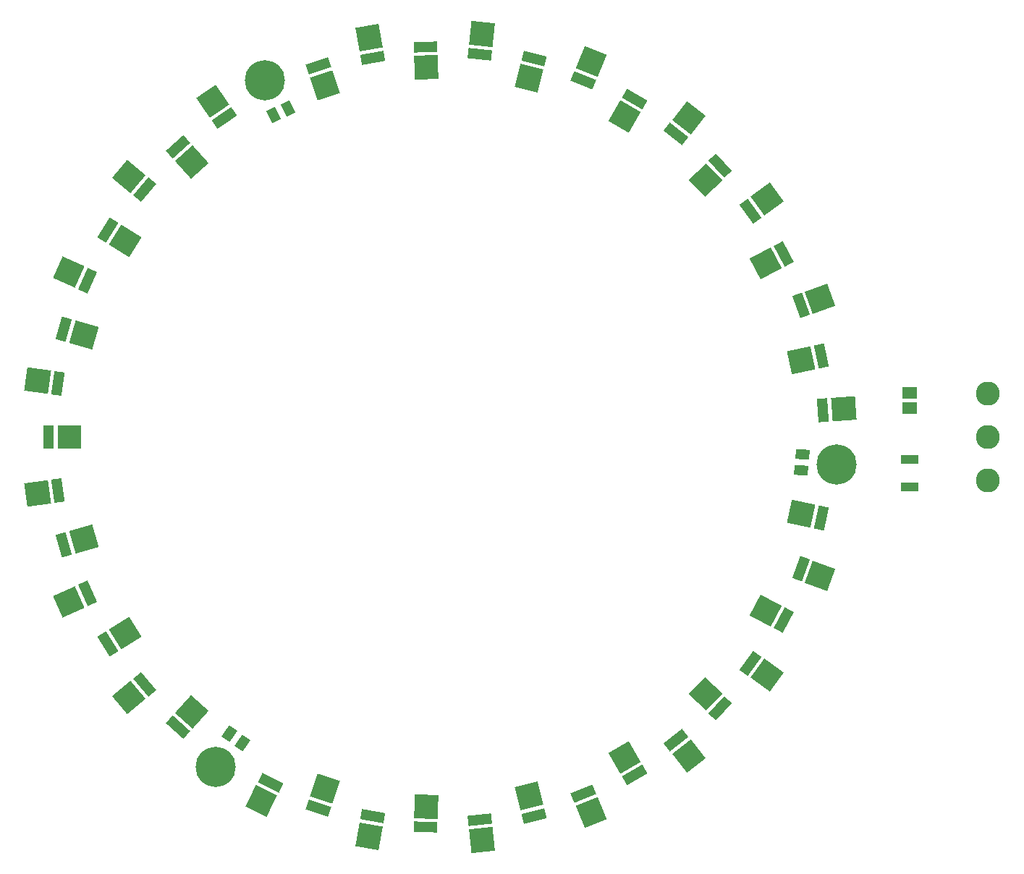
<source format=gts>
G04 Layer_Color=8388736*
%FSLAX44Y44*%
%MOMM*%
G71*
G01*
G75*
G04:AMPARAMS|DCode=108|XSize=1.1532mm|YSize=1.6032mm|CornerRadius=0mm|HoleSize=0mm|Usage=FLASHONLY|Rotation=266.017|XOffset=0mm|YOffset=0mm|HoleType=Round|Shape=Rectangle|*
%AMROTATEDRECTD108*
4,1,4,-0.7596,0.6309,0.8397,0.5195,0.7596,-0.6309,-0.8397,-0.5195,-0.7596,0.6309,0.0*
%
%ADD108ROTATEDRECTD108*%

G04:AMPARAMS|DCode=109|XSize=2.7532mm|YSize=2.8032mm|CornerRadius=0mm|HoleSize=0mm|Usage=FLASHONLY|Rotation=78.000|XOffset=0mm|YOffset=0mm|HoleType=Round|Shape=Rectangle|*
%AMROTATEDRECTD109*
4,1,4,1.0848,-1.6379,-1.6572,-1.0551,-1.0848,1.6379,1.6572,1.0551,1.0848,-1.6379,0.0*
%
%ADD109ROTATEDRECTD109*%

G04:AMPARAMS|DCode=110|XSize=2.7532mm|YSize=1.2032mm|CornerRadius=0mm|HoleSize=0mm|Usage=FLASHONLY|Rotation=78.000|XOffset=0mm|YOffset=0mm|HoleType=Round|Shape=Rectangle|*
%AMROTATEDRECTD110*
4,1,4,0.3022,-1.4716,-0.8747,-1.2214,-0.3022,1.4716,0.8747,1.2214,0.3022,-1.4716,0.0*
%
%ADD110ROTATEDRECTD110*%

%ADD111R,2.0032X1.1032*%
%ADD112R,1.6532X1.3532*%
G04:AMPARAMS|DCode=113|XSize=1.1532mm|YSize=1.6032mm|CornerRadius=0mm|HoleSize=0mm|Usage=FLASHONLY|Rotation=26.000|XOffset=0mm|YOffset=0mm|HoleType=Round|Shape=Rectangle|*
%AMROTATEDRECTD113*
4,1,4,-0.1668,-0.9732,-0.8696,0.4677,0.1668,0.9732,0.8696,-0.4677,-0.1668,-0.9732,0.0*
%
%ADD113ROTATEDRECTD113*%

G04:AMPARAMS|DCode=114|XSize=2.7532mm|YSize=2.8032mm|CornerRadius=0mm|HoleSize=0mm|Usage=FLASHONLY|Rotation=274.000|XOffset=0mm|YOffset=0mm|HoleType=Round|Shape=Rectangle|*
%AMROTATEDRECTD114*
4,1,4,-1.4942,1.2755,1.3022,1.4710,1.4942,-1.2755,-1.3022,-1.4710,-1.4942,1.2755,0.0*
%
%ADD114ROTATEDRECTD114*%

G04:AMPARAMS|DCode=115|XSize=2.7532mm|YSize=1.2032mm|CornerRadius=0mm|HoleSize=0mm|Usage=FLASHONLY|Rotation=274.000|XOffset=0mm|YOffset=0mm|HoleType=Round|Shape=Rectangle|*
%AMROTATEDRECTD115*
4,1,4,-0.6962,1.3313,0.5041,1.4152,0.6962,-1.3313,-0.5041,-1.4152,-0.6962,1.3313,0.0*
%
%ADD115ROTATEDRECTD115*%

G04:AMPARAMS|DCode=116|XSize=2.7532mm|YSize=2.8032mm|CornerRadius=0mm|HoleSize=0mm|Usage=FLASHONLY|Rotation=102.000|XOffset=0mm|YOffset=0mm|HoleType=Round|Shape=Rectangle|*
%AMROTATEDRECTD116*
4,1,4,1.6572,-1.0551,-1.0848,-1.6379,-1.6572,1.0551,1.0848,1.6379,1.6572,-1.0551,0.0*
%
%ADD116ROTATEDRECTD116*%

G04:AMPARAMS|DCode=117|XSize=2.7532mm|YSize=1.2032mm|CornerRadius=0mm|HoleSize=0mm|Usage=FLASHONLY|Rotation=102.000|XOffset=0mm|YOffset=0mm|HoleType=Round|Shape=Rectangle|*
%AMROTATEDRECTD117*
4,1,4,0.8747,-1.2214,-0.3022,-1.4716,-0.8747,1.2214,0.3022,1.4716,0.8747,-1.2214,0.0*
%
%ADD117ROTATEDRECTD117*%

G04:AMPARAMS|DCode=118|XSize=2.7532mm|YSize=2.8032mm|CornerRadius=0mm|HoleSize=0mm|Usage=FLASHONLY|Rotation=290.000|XOffset=0mm|YOffset=0mm|HoleType=Round|Shape=Rectangle|*
%AMROTATEDRECTD118*
4,1,4,-1.7879,0.8142,0.8462,1.7730,1.7879,-0.8142,-0.8462,-1.7730,-1.7879,0.8142,0.0*
%
%ADD118ROTATEDRECTD118*%

G04:AMPARAMS|DCode=119|XSize=2.7532mm|YSize=1.2032mm|CornerRadius=0mm|HoleSize=0mm|Usage=FLASHONLY|Rotation=290.000|XOffset=0mm|YOffset=0mm|HoleType=Round|Shape=Rectangle|*
%AMROTATEDRECTD119*
4,1,4,-1.0361,1.0878,0.0945,1.4993,1.0361,-1.0878,-0.0945,-1.4993,-1.0361,1.0878,0.0*
%
%ADD119ROTATEDRECTD119*%

G04:AMPARAMS|DCode=120|XSize=2.7532mm|YSize=2.8032mm|CornerRadius=0mm|HoleSize=0mm|Usage=FLASHONLY|Rotation=118.000|XOffset=0mm|YOffset=0mm|HoleType=Round|Shape=Rectangle|*
%AMROTATEDRECTD120*
4,1,4,1.8838,-0.5575,-0.5913,-1.8735,-1.8838,0.5575,0.5913,1.8735,1.8838,-0.5575,0.0*
%
%ADD120ROTATEDRECTD120*%

G04:AMPARAMS|DCode=121|XSize=2.7532mm|YSize=1.2032mm|CornerRadius=0mm|HoleSize=0mm|Usage=FLASHONLY|Rotation=118.000|XOffset=0mm|YOffset=0mm|HoleType=Round|Shape=Rectangle|*
%AMROTATEDRECTD121*
4,1,4,1.1775,-0.9330,0.1151,-1.4979,-1.1775,0.9330,-0.1151,1.4979,1.1775,-0.9330,0.0*
%
%ADD121ROTATEDRECTD121*%

G04:AMPARAMS|DCode=122|XSize=2.7532mm|YSize=2.8032mm|CornerRadius=0mm|HoleSize=0mm|Usage=FLASHONLY|Rotation=306.000|XOffset=0mm|YOffset=0mm|HoleType=Round|Shape=Rectangle|*
%AMROTATEDRECTD122*
4,1,4,-1.9431,0.2898,0.3248,1.9375,1.9431,-0.2898,-0.3248,-1.9375,-1.9431,0.2898,0.0*
%
%ADD122ROTATEDRECTD122*%

G04:AMPARAMS|DCode=123|XSize=2.7532mm|YSize=1.2032mm|CornerRadius=0mm|HoleSize=0mm|Usage=FLASHONLY|Rotation=306.000|XOffset=0mm|YOffset=0mm|HoleType=Round|Shape=Rectangle|*
%AMROTATEDRECTD123*
4,1,4,-1.2958,0.7601,-0.3224,1.4673,1.2958,-0.7601,0.3224,-1.4673,-1.2958,0.7601,0.0*
%
%ADD123ROTATEDRECTD123*%

G04:AMPARAMS|DCode=124|XSize=2.7532mm|YSize=2.8032mm|CornerRadius=0mm|HoleSize=0mm|Usage=FLASHONLY|Rotation=134.000|XOffset=0mm|YOffset=0mm|HoleType=Round|Shape=Rectangle|*
%AMROTATEDRECTD124*
4,1,4,1.9645,-0.0166,-0.0520,-1.9639,-1.9645,0.0166,0.0520,1.9639,1.9645,-0.0166,0.0*
%
%ADD124ROTATEDRECTD124*%

G04:AMPARAMS|DCode=125|XSize=2.7532mm|YSize=1.2032mm|CornerRadius=0mm|HoleSize=0mm|Usage=FLASHONLY|Rotation=134.000|XOffset=0mm|YOffset=0mm|HoleType=Round|Shape=Rectangle|*
%AMROTATEDRECTD125*
4,1,4,1.3890,-0.5723,0.5235,-1.4082,-1.3890,0.5723,-0.5235,1.4082,1.3890,-0.5723,0.0*
%
%ADD125ROTATEDRECTD125*%

G04:AMPARAMS|DCode=126|XSize=2.7532mm|YSize=2.8032mm|CornerRadius=0mm|HoleSize=0mm|Usage=FLASHONLY|Rotation=322.000|XOffset=0mm|YOffset=0mm|HoleType=Round|Shape=Rectangle|*
%AMROTATEDRECTD126*
4,1,4,-1.9477,-0.2570,-0.2219,1.9520,1.9477,0.2570,0.2219,-1.9520,-1.9477,-0.2570,0.0*
%
%ADD126ROTATEDRECTD126*%

G04:AMPARAMS|DCode=127|XSize=2.7532mm|YSize=1.2032mm|CornerRadius=0mm|HoleSize=0mm|Usage=FLASHONLY|Rotation=322.000|XOffset=0mm|YOffset=0mm|HoleType=Round|Shape=Rectangle|*
%AMROTATEDRECTD127*
4,1,4,-1.4552,0.3735,-0.7144,1.3216,1.4552,-0.3735,0.7144,-1.3216,-1.4552,0.3735,0.0*
%
%ADD127ROTATEDRECTD127*%

G04:AMPARAMS|DCode=128|XSize=2.7532mm|YSize=2.8032mm|CornerRadius=0mm|HoleSize=0mm|Usage=FLASHONLY|Rotation=150.000|XOffset=0mm|YOffset=0mm|HoleType=Round|Shape=Rectangle|*
%AMROTATEDRECTD128*
4,1,4,1.8930,0.5255,0.4914,-1.9021,-1.8930,-0.5255,-0.4914,1.9021,1.8930,0.5255,0.0*
%
%ADD128ROTATEDRECTD128*%

G04:AMPARAMS|DCode=129|XSize=2.7532mm|YSize=1.2032mm|CornerRadius=0mm|HoleSize=0mm|Usage=FLASHONLY|Rotation=150.000|XOffset=0mm|YOffset=0mm|HoleType=Round|Shape=Rectangle|*
%AMROTATEDRECTD129*
4,1,4,1.4930,-0.1673,0.8914,-1.2093,-1.4930,0.1673,-0.8914,1.2093,1.4930,-0.1673,0.0*
%
%ADD129ROTATEDRECTD129*%

G04:AMPARAMS|DCode=130|XSize=2.7532mm|YSize=2.8032mm|CornerRadius=0mm|HoleSize=0mm|Usage=FLASHONLY|Rotation=338.000|XOffset=0mm|YOffset=0mm|HoleType=Round|Shape=Rectangle|*
%AMROTATEDRECTD130*
4,1,4,-1.8014,-0.7839,-0.7513,1.8152,1.8014,0.7839,0.7513,-1.8152,-1.8014,-0.7839,0.0*
%
%ADD130ROTATEDRECTD130*%

G04:AMPARAMS|DCode=131|XSize=2.7532mm|YSize=1.2032mm|CornerRadius=0mm|HoleSize=0mm|Usage=FLASHONLY|Rotation=338.000|XOffset=0mm|YOffset=0mm|HoleType=Round|Shape=Rectangle|*
%AMROTATEDRECTD131*
4,1,4,-1.5017,-0.0421,-1.0510,1.0735,1.5017,0.0421,1.0510,-1.0735,-1.5017,-0.0421,0.0*
%
%ADD131ROTATEDRECTD131*%

G04:AMPARAMS|DCode=132|XSize=2.7532mm|YSize=2.8032mm|CornerRadius=0mm|HoleSize=0mm|Usage=FLASHONLY|Rotation=166.000|XOffset=0mm|YOffset=0mm|HoleType=Round|Shape=Rectangle|*
%AMROTATEDRECTD132*
4,1,4,1.6748,1.0269,0.9966,-1.6930,-1.6748,-1.0269,-0.9966,1.6930,1.6748,1.0269,0.0*
%
%ADD132ROTATEDRECTD132*%

G04:AMPARAMS|DCode=133|XSize=2.7532mm|YSize=1.2032mm|CornerRadius=0mm|HoleSize=0mm|Usage=FLASHONLY|Rotation=166.000|XOffset=0mm|YOffset=0mm|HoleType=Round|Shape=Rectangle|*
%AMROTATEDRECTD133*
4,1,4,1.4812,0.2507,1.1902,-0.9168,-1.4812,-0.2507,-1.1902,0.9168,1.4812,0.2507,0.0*
%
%ADD133ROTATEDRECTD133*%

G04:AMPARAMS|DCode=134|XSize=2.7532mm|YSize=2.8032mm|CornerRadius=0mm|HoleSize=0mm|Usage=FLASHONLY|Rotation=354.000|XOffset=0mm|YOffset=0mm|HoleType=Round|Shape=Rectangle|*
%AMROTATEDRECTD134*
4,1,4,-1.5156,-1.2500,-1.2226,1.5378,1.5156,1.2500,1.2226,-1.5378,-1.5156,-1.2500,0.0*
%
%ADD134ROTATEDRECTD134*%

G04:AMPARAMS|DCode=135|XSize=2.7532mm|YSize=1.2032mm|CornerRadius=0mm|HoleSize=0mm|Usage=FLASHONLY|Rotation=354.000|XOffset=0mm|YOffset=0mm|HoleType=Round|Shape=Rectangle|*
%AMROTATEDRECTD135*
4,1,4,-1.4320,-0.4544,-1.3062,0.7422,1.4320,0.4544,1.3062,-0.7422,-1.4320,-0.4544,0.0*
%
%ADD135ROTATEDRECTD135*%

G04:AMPARAMS|DCode=136|XSize=2.7532mm|YSize=2.8032mm|CornerRadius=0mm|HoleSize=0mm|Usage=FLASHONLY|Rotation=182.000|XOffset=0mm|YOffset=0mm|HoleType=Round|Shape=Rectangle|*
%AMROTATEDRECTD136*
4,1,4,1.3268,1.4488,1.4247,-1.3527,-1.3268,-1.4488,-1.4247,1.3527,1.3268,1.4488,0.0*
%
%ADD136ROTATEDRECTD136*%

G04:AMPARAMS|DCode=137|XSize=2.7532mm|YSize=1.2032mm|CornerRadius=0mm|HoleSize=0mm|Usage=FLASHONLY|Rotation=182.000|XOffset=0mm|YOffset=0mm|HoleType=Round|Shape=Rectangle|*
%AMROTATEDRECTD137*
4,1,4,1.3548,0.6493,1.3968,-0.5532,-1.3548,-0.6493,-1.3968,0.5532,1.3548,0.6493,0.0*
%
%ADD137ROTATEDRECTD137*%

G04:AMPARAMS|DCode=138|XSize=2.7532mm|YSize=2.8032mm|CornerRadius=0mm|HoleSize=0mm|Usage=FLASHONLY|Rotation=10.000|XOffset=0mm|YOffset=0mm|HoleType=Round|Shape=Rectangle|*
%AMROTATEDRECTD138*
4,1,4,-1.1123,-1.6193,-1.5991,1.1413,1.1123,1.6193,1.5991,-1.1413,-1.1123,-1.6193,0.0*
%
%ADD138ROTATEDRECTD138*%

G04:AMPARAMS|DCode=139|XSize=2.7532mm|YSize=1.2032mm|CornerRadius=0mm|HoleSize=0mm|Usage=FLASHONLY|Rotation=10.000|XOffset=0mm|YOffset=0mm|HoleType=Round|Shape=Rectangle|*
%AMROTATEDRECTD139*
4,1,4,-1.2512,-0.8315,-1.4602,0.3534,1.2512,0.8315,1.4602,-0.3534,-1.2512,-0.8315,0.0*
%
%ADD139ROTATEDRECTD139*%

G04:AMPARAMS|DCode=140|XSize=2.7532mm|YSize=2.8032mm|CornerRadius=0mm|HoleSize=0mm|Usage=FLASHONLY|Rotation=198.000|XOffset=0mm|YOffset=0mm|HoleType=Round|Shape=Rectangle|*
%AMROTATEDRECTD140*
4,1,4,0.8761,1.7584,1.7423,-0.9076,-0.8761,-1.7584,-1.7423,0.9076,0.8761,1.7584,0.0*
%
%ADD140ROTATEDRECTD140*%

G04:AMPARAMS|DCode=141|XSize=2.7532mm|YSize=1.2032mm|CornerRadius=0mm|HoleSize=0mm|Usage=FLASHONLY|Rotation=198.000|XOffset=0mm|YOffset=0mm|HoleType=Round|Shape=Rectangle|*
%AMROTATEDRECTD141*
4,1,4,1.1233,0.9976,1.4951,-0.1468,-1.1233,-0.9976,-1.4951,0.1468,1.1233,0.9976,0.0*
%
%ADD141ROTATEDRECTD141*%

G04:AMPARAMS|DCode=142|XSize=1.1532mm|YSize=1.6032mm|CornerRadius=0mm|HoleSize=0mm|Usage=FLASHONLY|Rotation=146.000|XOffset=0mm|YOffset=0mm|HoleType=Round|Shape=Rectangle|*
%AMROTATEDRECTD142*
4,1,4,0.9263,0.3421,0.0298,-0.9870,-0.9263,-0.3421,-0.0298,0.9870,0.9263,0.3421,0.0*
%
%ADD142ROTATEDRECTD142*%

G04:AMPARAMS|DCode=143|XSize=2.7532mm|YSize=2.8032mm|CornerRadius=0mm|HoleSize=0mm|Usage=FLASHONLY|Rotation=34.000|XOffset=0mm|YOffset=0mm|HoleType=Round|Shape=Rectangle|*
%AMROTATEDRECTD143*
4,1,4,-0.3575,-1.9318,-1.9250,0.3922,0.3575,1.9318,1.9250,-0.3922,-0.3575,-1.9318,0.0*
%
%ADD143ROTATEDRECTD143*%

G04:AMPARAMS|DCode=144|XSize=2.7532mm|YSize=1.2032mm|CornerRadius=0mm|HoleSize=0mm|Usage=FLASHONLY|Rotation=34.000|XOffset=0mm|YOffset=0mm|HoleType=Round|Shape=Rectangle|*
%AMROTATEDRECTD144*
4,1,4,-0.8048,-1.2685,-1.4777,-0.2710,0.8048,1.2685,1.4777,0.2710,-0.8048,-1.2685,0.0*
%
%ADD144ROTATEDRECTD144*%

G04:AMPARAMS|DCode=145|XSize=2.7532mm|YSize=2.8032mm|CornerRadius=0mm|HoleSize=0mm|Usage=FLASHONLY|Rotation=222.000|XOffset=0mm|YOffset=0mm|HoleType=Round|Shape=Rectangle|*
%AMROTATEDRECTD145*
4,1,4,0.0852,1.9627,1.9609,-0.1205,-0.0852,-1.9627,-1.9609,0.1205,0.0852,1.9627,0.0*
%
%ADD145ROTATEDRECTD145*%

G04:AMPARAMS|DCode=146|XSize=2.7532mm|YSize=1.2032mm|CornerRadius=0mm|HoleSize=0mm|Usage=FLASHONLY|Rotation=222.000|XOffset=0mm|YOffset=0mm|HoleType=Round|Shape=Rectangle|*
%AMROTATEDRECTD146*
4,1,4,0.6205,1.3682,1.4256,0.4741,-0.6205,-1.3682,-1.4256,-0.4741,0.6205,1.3682,0.0*
%
%ADD146ROTATEDRECTD146*%

G04:AMPARAMS|DCode=147|XSize=2.7532mm|YSize=2.8032mm|CornerRadius=0mm|HoleSize=0mm|Usage=FLASHONLY|Rotation=50.000|XOffset=0mm|YOffset=0mm|HoleType=Round|Shape=Rectangle|*
%AMROTATEDRECTD147*
4,1,4,0.1888,-1.9555,-1.9586,-0.1536,-0.1888,1.9555,1.9586,0.1536,0.1888,-1.9555,0.0*
%
%ADD147ROTATEDRECTD147*%

G04:AMPARAMS|DCode=148|XSize=2.7532mm|YSize=1.2032mm|CornerRadius=0mm|HoleSize=0mm|Usage=FLASHONLY|Rotation=50.000|XOffset=0mm|YOffset=0mm|HoleType=Round|Shape=Rectangle|*
%AMROTATEDRECTD148*
4,1,4,-0.4240,-1.4412,-1.3457,-0.6678,0.4240,1.4412,1.3457,0.6678,-0.4240,-1.4412,0.0*
%
%ADD148ROTATEDRECTD148*%

G04:AMPARAMS|DCode=149|XSize=2.7532mm|YSize=2.8032mm|CornerRadius=0mm|HoleSize=0mm|Usage=FLASHONLY|Rotation=238.000|XOffset=0mm|YOffset=0mm|HoleType=Round|Shape=Rectangle|*
%AMROTATEDRECTD149*
4,1,4,-0.4591,1.9102,1.9181,0.4247,0.4591,-1.9102,-1.9181,-0.4247,-0.4591,1.9102,0.0*
%
%ADD149ROTATEDRECTD149*%

G04:AMPARAMS|DCode=150|XSize=2.7532mm|YSize=1.2032mm|CornerRadius=0mm|HoleSize=0mm|Usage=FLASHONLY|Rotation=238.000|XOffset=0mm|YOffset=0mm|HoleType=Round|Shape=Rectangle|*
%AMROTATEDRECTD150*
4,1,4,0.2193,1.4862,1.2397,0.8486,-0.2193,-1.4862,-1.2397,-0.8486,0.2193,1.4862,0.0*
%
%ADD150ROTATEDRECTD150*%

G04:AMPARAMS|DCode=151|XSize=2.7532mm|YSize=2.8032mm|CornerRadius=0mm|HoleSize=0mm|Usage=FLASHONLY|Rotation=66.000|XOffset=0mm|YOffset=0mm|HoleType=Round|Shape=Rectangle|*
%AMROTATEDRECTD151*
4,1,4,0.7205,-1.8277,-1.8403,-0.6875,-0.7205,1.8277,1.8403,0.6875,0.7205,-1.8277,0.0*
%
%ADD151ROTATEDRECTD151*%

G04:AMPARAMS|DCode=152|XSize=2.7532mm|YSize=1.2032mm|CornerRadius=0mm|HoleSize=0mm|Usage=FLASHONLY|Rotation=66.000|XOffset=0mm|YOffset=0mm|HoleType=Round|Shape=Rectangle|*
%AMROTATEDRECTD152*
4,1,4,-0.0103,-1.5023,-1.1095,-1.0129,0.0103,1.5023,1.1095,1.0129,-0.0103,-1.5023,0.0*
%
%ADD152ROTATEDRECTD152*%

G04:AMPARAMS|DCode=153|XSize=2.7532mm|YSize=2.8032mm|CornerRadius=0mm|HoleSize=0mm|Usage=FLASHONLY|Rotation=254.000|XOffset=0mm|YOffset=0mm|HoleType=Round|Shape=Rectangle|*
%AMROTATEDRECTD153*
4,1,4,-0.9679,1.7096,1.7268,0.9369,0.9679,-1.7096,-1.7268,-0.9369,-0.9679,1.7096,0.0*
%
%ADD153ROTATEDRECTD153*%

G04:AMPARAMS|DCode=154|XSize=2.7532mm|YSize=1.2032mm|CornerRadius=0mm|HoleSize=0mm|Usage=FLASHONLY|Rotation=254.000|XOffset=0mm|YOffset=0mm|HoleType=Round|Shape=Rectangle|*
%AMROTATEDRECTD154*
4,1,4,-0.1988,1.4891,0.9577,1.1575,0.1988,-1.4891,-0.9577,-1.1575,-0.1988,1.4891,0.0*
%
%ADD154ROTATEDRECTD154*%

G04:AMPARAMS|DCode=155|XSize=2.7532mm|YSize=2.8032mm|CornerRadius=0mm|HoleSize=0mm|Usage=FLASHONLY|Rotation=82.000|XOffset=0mm|YOffset=0mm|HoleType=Round|Shape=Rectangle|*
%AMROTATEDRECTD155*
4,1,4,1.1964,-1.5583,-1.5795,-1.1681,-1.1964,1.5583,1.5795,1.1681,1.1964,-1.5583,0.0*
%
%ADD155ROTATEDRECTD155*%

G04:AMPARAMS|DCode=156|XSize=2.7532mm|YSize=1.2032mm|CornerRadius=0mm|HoleSize=0mm|Usage=FLASHONLY|Rotation=82.000|XOffset=0mm|YOffset=0mm|HoleType=Round|Shape=Rectangle|*
%AMROTATEDRECTD156*
4,1,4,0.4042,-1.4469,-0.7873,-1.2795,-0.4042,1.4469,0.7873,1.2795,0.4042,-1.4469,0.0*
%
%ADD156ROTATEDRECTD156*%

%ADD157R,2.8032X2.7532*%
%ADD158R,1.2032X2.7532*%
G04:AMPARAMS|DCode=159|XSize=2.7532mm|YSize=2.8032mm|CornerRadius=0mm|HoleSize=0mm|Usage=FLASHONLY|Rotation=98.000|XOffset=0mm|YOffset=0mm|HoleType=Round|Shape=Rectangle|*
%AMROTATEDRECTD159*
4,1,4,1.5795,-1.1681,-1.1964,-1.5583,-1.5795,1.1681,1.1964,1.5583,1.5795,-1.1681,0.0*
%
%ADD159ROTATEDRECTD159*%

G04:AMPARAMS|DCode=160|XSize=2.7532mm|YSize=1.2032mm|CornerRadius=0mm|HoleSize=0mm|Usage=FLASHONLY|Rotation=98.000|XOffset=0mm|YOffset=0mm|HoleType=Round|Shape=Rectangle|*
%AMROTATEDRECTD160*
4,1,4,0.7873,-1.2795,-0.4042,-1.4469,-0.7873,1.2795,0.4042,1.4469,0.7873,-1.2795,0.0*
%
%ADD160ROTATEDRECTD160*%

G04:AMPARAMS|DCode=161|XSize=2.7532mm|YSize=2.8032mm|CornerRadius=0mm|HoleSize=0mm|Usage=FLASHONLY|Rotation=286.000|XOffset=0mm|YOffset=0mm|HoleType=Round|Shape=Rectangle|*
%AMROTATEDRECTD161*
4,1,4,-1.7268,0.9369,0.9679,1.7096,1.7268,-0.9369,-0.9679,-1.7096,-1.7268,0.9369,0.0*
%
%ADD161ROTATEDRECTD161*%

G04:AMPARAMS|DCode=162|XSize=2.7532mm|YSize=1.2032mm|CornerRadius=0mm|HoleSize=0mm|Usage=FLASHONLY|Rotation=286.000|XOffset=0mm|YOffset=0mm|HoleType=Round|Shape=Rectangle|*
%AMROTATEDRECTD162*
4,1,4,-0.9577,1.1575,0.1988,1.4891,0.9577,-1.1575,-0.1988,-1.4891,-0.9577,1.1575,0.0*
%
%ADD162ROTATEDRECTD162*%

G04:AMPARAMS|DCode=163|XSize=2.7532mm|YSize=2.8032mm|CornerRadius=0mm|HoleSize=0mm|Usage=FLASHONLY|Rotation=114.000|XOffset=0mm|YOffset=0mm|HoleType=Round|Shape=Rectangle|*
%AMROTATEDRECTD163*
4,1,4,1.8403,-0.6875,-0.7205,-1.8277,-1.8403,0.6875,0.7205,1.8277,1.8403,-0.6875,0.0*
%
%ADD163ROTATEDRECTD163*%

G04:AMPARAMS|DCode=164|XSize=2.7532mm|YSize=1.2032mm|CornerRadius=0mm|HoleSize=0mm|Usage=FLASHONLY|Rotation=114.000|XOffset=0mm|YOffset=0mm|HoleType=Round|Shape=Rectangle|*
%AMROTATEDRECTD164*
4,1,4,1.1095,-1.0129,0.0103,-1.5023,-1.1095,1.0129,-0.0103,1.5023,1.1095,-1.0129,0.0*
%
%ADD164ROTATEDRECTD164*%

G04:AMPARAMS|DCode=165|XSize=2.7532mm|YSize=2.8032mm|CornerRadius=0mm|HoleSize=0mm|Usage=FLASHONLY|Rotation=302.000|XOffset=0mm|YOffset=0mm|HoleType=Round|Shape=Rectangle|*
%AMROTATEDRECTD165*
4,1,4,-1.9181,0.4247,0.4591,1.9102,1.9181,-0.4247,-0.4591,-1.9102,-1.9181,0.4247,0.0*
%
%ADD165ROTATEDRECTD165*%

G04:AMPARAMS|DCode=166|XSize=2.7532mm|YSize=1.2032mm|CornerRadius=0mm|HoleSize=0mm|Usage=FLASHONLY|Rotation=302.000|XOffset=0mm|YOffset=0mm|HoleType=Round|Shape=Rectangle|*
%AMROTATEDRECTD166*
4,1,4,-1.2397,0.8486,-0.2193,1.4862,1.2397,-0.8486,0.2193,-1.4862,-1.2397,0.8486,0.0*
%
%ADD166ROTATEDRECTD166*%

G04:AMPARAMS|DCode=167|XSize=2.7532mm|YSize=2.8032mm|CornerRadius=0mm|HoleSize=0mm|Usage=FLASHONLY|Rotation=130.000|XOffset=0mm|YOffset=0mm|HoleType=Round|Shape=Rectangle|*
%AMROTATEDRECTD167*
4,1,4,1.9586,-0.1536,-0.1888,-1.9555,-1.9586,0.1536,0.1888,1.9555,1.9586,-0.1536,0.0*
%
%ADD167ROTATEDRECTD167*%

G04:AMPARAMS|DCode=168|XSize=2.7532mm|YSize=1.2032mm|CornerRadius=0mm|HoleSize=0mm|Usage=FLASHONLY|Rotation=130.000|XOffset=0mm|YOffset=0mm|HoleType=Round|Shape=Rectangle|*
%AMROTATEDRECTD168*
4,1,4,1.3457,-0.6678,0.4240,-1.4412,-1.3457,0.6678,-0.4240,1.4412,1.3457,-0.6678,0.0*
%
%ADD168ROTATEDRECTD168*%

G04:AMPARAMS|DCode=169|XSize=2.7532mm|YSize=2.8032mm|CornerRadius=0mm|HoleSize=0mm|Usage=FLASHONLY|Rotation=318.000|XOffset=0mm|YOffset=0mm|HoleType=Round|Shape=Rectangle|*
%AMROTATEDRECTD169*
4,1,4,-1.9609,-0.1205,-0.0852,1.9627,1.9609,0.1205,0.0852,-1.9627,-1.9609,-0.1205,0.0*
%
%ADD169ROTATEDRECTD169*%

G04:AMPARAMS|DCode=170|XSize=2.7532mm|YSize=1.2032mm|CornerRadius=0mm|HoleSize=0mm|Usage=FLASHONLY|Rotation=318.000|XOffset=0mm|YOffset=0mm|HoleType=Round|Shape=Rectangle|*
%AMROTATEDRECTD170*
4,1,4,-1.4256,0.4741,-0.6205,1.3682,1.4256,-0.4741,0.6205,-1.3682,-1.4256,0.4741,0.0*
%
%ADD170ROTATEDRECTD170*%

G04:AMPARAMS|DCode=171|XSize=2.7532mm|YSize=2.8032mm|CornerRadius=0mm|HoleSize=0mm|Usage=FLASHONLY|Rotation=154.000|XOffset=0mm|YOffset=0mm|HoleType=Round|Shape=Rectangle|*
%AMROTATEDRECTD171*
4,1,4,1.8517,0.6563,0.6229,-1.8632,-1.8517,-0.6563,-0.6229,1.8632,1.8517,0.6563,0.0*
%
%ADD171ROTATEDRECTD171*%

G04:AMPARAMS|DCode=172|XSize=2.7532mm|YSize=1.2032mm|CornerRadius=0mm|HoleSize=0mm|Usage=FLASHONLY|Rotation=154.000|XOffset=0mm|YOffset=0mm|HoleType=Round|Shape=Rectangle|*
%AMROTATEDRECTD172*
4,1,4,1.5010,-0.0628,0.9736,-1.1442,-1.5010,0.0628,-0.9736,1.1442,1.5010,-0.0628,0.0*
%
%ADD172ROTATEDRECTD172*%

G04:AMPARAMS|DCode=173|XSize=2.7532mm|YSize=2.8032mm|CornerRadius=0mm|HoleSize=0mm|Usage=FLASHONLY|Rotation=342.000|XOffset=0mm|YOffset=0mm|HoleType=Round|Shape=Rectangle|*
%AMROTATEDRECTD173*
4,1,4,-1.7423,-0.9076,-0.8761,1.7584,1.7423,0.9076,0.8761,-1.7584,-1.7423,-0.9076,0.0*
%
%ADD173ROTATEDRECTD173*%

G04:AMPARAMS|DCode=174|XSize=2.7532mm|YSize=1.2032mm|CornerRadius=0mm|HoleSize=0mm|Usage=FLASHONLY|Rotation=342.000|XOffset=0mm|YOffset=0mm|HoleType=Round|Shape=Rectangle|*
%AMROTATEDRECTD174*
4,1,4,-1.4951,-0.1468,-1.1233,0.9976,1.4951,0.1468,1.1233,-0.9976,-1.4951,-0.1468,0.0*
%
%ADD174ROTATEDRECTD174*%

G04:AMPARAMS|DCode=175|XSize=2.7532mm|YSize=2.8032mm|CornerRadius=0mm|HoleSize=0mm|Usage=FLASHONLY|Rotation=170.000|XOffset=0mm|YOffset=0mm|HoleType=Round|Shape=Rectangle|*
%AMROTATEDRECTD175*
4,1,4,1.5991,1.1413,1.1123,-1.6193,-1.5991,-1.1413,-1.1123,1.6193,1.5991,1.1413,0.0*
%
%ADD175ROTATEDRECTD175*%

G04:AMPARAMS|DCode=176|XSize=2.7532mm|YSize=1.2032mm|CornerRadius=0mm|HoleSize=0mm|Usage=FLASHONLY|Rotation=170.000|XOffset=0mm|YOffset=0mm|HoleType=Round|Shape=Rectangle|*
%AMROTATEDRECTD176*
4,1,4,1.4602,0.3534,1.2512,-0.8315,-1.4602,-0.3534,-1.2512,0.8315,1.4602,0.3534,0.0*
%
%ADD176ROTATEDRECTD176*%

G04:AMPARAMS|DCode=177|XSize=2.7532mm|YSize=2.8032mm|CornerRadius=0mm|HoleSize=0mm|Usage=FLASHONLY|Rotation=358.000|XOffset=0mm|YOffset=0mm|HoleType=Round|Shape=Rectangle|*
%AMROTATEDRECTD177*
4,1,4,-1.4247,-1.3527,-1.3268,1.4488,1.4247,1.3527,1.3268,-1.4488,-1.4247,-1.3527,0.0*
%
%ADD177ROTATEDRECTD177*%

G04:AMPARAMS|DCode=178|XSize=2.7532mm|YSize=1.2032mm|CornerRadius=0mm|HoleSize=0mm|Usage=FLASHONLY|Rotation=358.000|XOffset=0mm|YOffset=0mm|HoleType=Round|Shape=Rectangle|*
%AMROTATEDRECTD178*
4,1,4,-1.3968,-0.5532,-1.3548,0.6493,1.3968,0.5532,1.3548,-0.6493,-1.3968,-0.5532,0.0*
%
%ADD178ROTATEDRECTD178*%

G04:AMPARAMS|DCode=179|XSize=2.7532mm|YSize=2.8032mm|CornerRadius=0mm|HoleSize=0mm|Usage=FLASHONLY|Rotation=186.000|XOffset=0mm|YOffset=0mm|HoleType=Round|Shape=Rectangle|*
%AMROTATEDRECTD179*
4,1,4,1.2226,1.5378,1.5156,-1.2500,-1.2226,-1.5378,-1.5156,1.2500,1.2226,1.5378,0.0*
%
%ADD179ROTATEDRECTD179*%

G04:AMPARAMS|DCode=180|XSize=2.7532mm|YSize=1.2032mm|CornerRadius=0mm|HoleSize=0mm|Usage=FLASHONLY|Rotation=186.000|XOffset=0mm|YOffset=0mm|HoleType=Round|Shape=Rectangle|*
%AMROTATEDRECTD180*
4,1,4,1.3062,0.7422,1.4320,-0.4544,-1.3062,-0.7422,-1.4320,0.4544,1.3062,0.7422,0.0*
%
%ADD180ROTATEDRECTD180*%

G04:AMPARAMS|DCode=181|XSize=2.7532mm|YSize=2.8032mm|CornerRadius=0mm|HoleSize=0mm|Usage=FLASHONLY|Rotation=14.000|XOffset=0mm|YOffset=0mm|HoleType=Round|Shape=Rectangle|*
%AMROTATEDRECTD181*
4,1,4,-0.9966,-1.6930,-1.6748,1.0269,0.9966,1.6930,1.6748,-1.0269,-0.9966,-1.6930,0.0*
%
%ADD181ROTATEDRECTD181*%

G04:AMPARAMS|DCode=182|XSize=2.7532mm|YSize=1.2032mm|CornerRadius=0mm|HoleSize=0mm|Usage=FLASHONLY|Rotation=14.000|XOffset=0mm|YOffset=0mm|HoleType=Round|Shape=Rectangle|*
%AMROTATEDRECTD182*
4,1,4,-1.1902,-0.9168,-1.4812,0.2507,1.1902,0.9168,1.4812,-0.2507,-1.1902,-0.9168,0.0*
%
%ADD182ROTATEDRECTD182*%

G04:AMPARAMS|DCode=183|XSize=2.7532mm|YSize=2.8032mm|CornerRadius=0mm|HoleSize=0mm|Usage=FLASHONLY|Rotation=202.000|XOffset=0mm|YOffset=0mm|HoleType=Round|Shape=Rectangle|*
%AMROTATEDRECTD183*
4,1,4,0.7513,1.8152,1.8014,-0.7839,-0.7513,-1.8152,-1.8014,0.7839,0.7513,1.8152,0.0*
%
%ADD183ROTATEDRECTD183*%

G04:AMPARAMS|DCode=184|XSize=2.7532mm|YSize=1.2032mm|CornerRadius=0mm|HoleSize=0mm|Usage=FLASHONLY|Rotation=202.000|XOffset=0mm|YOffset=0mm|HoleType=Round|Shape=Rectangle|*
%AMROTATEDRECTD184*
4,1,4,1.0510,1.0735,1.5017,-0.0421,-1.0510,-1.0735,-1.5017,0.0421,1.0510,1.0735,0.0*
%
%ADD184ROTATEDRECTD184*%

G04:AMPARAMS|DCode=185|XSize=2.7532mm|YSize=2.8032mm|CornerRadius=0mm|HoleSize=0mm|Usage=FLASHONLY|Rotation=30.000|XOffset=0mm|YOffset=0mm|HoleType=Round|Shape=Rectangle|*
%AMROTATEDRECTD185*
4,1,4,-0.4914,-1.9021,-1.8930,0.5255,0.4914,1.9021,1.8930,-0.5255,-0.4914,-1.9021,0.0*
%
%ADD185ROTATEDRECTD185*%

G04:AMPARAMS|DCode=186|XSize=2.7532mm|YSize=1.2032mm|CornerRadius=0mm|HoleSize=0mm|Usage=FLASHONLY|Rotation=30.000|XOffset=0mm|YOffset=0mm|HoleType=Round|Shape=Rectangle|*
%AMROTATEDRECTD186*
4,1,4,-0.8914,-1.2093,-1.4930,-0.1673,0.8914,1.2093,1.4930,0.1673,-0.8914,-1.2093,0.0*
%
%ADD186ROTATEDRECTD186*%

G04:AMPARAMS|DCode=187|XSize=2.7532mm|YSize=2.8032mm|CornerRadius=0mm|HoleSize=0mm|Usage=FLASHONLY|Rotation=218.000|XOffset=0mm|YOffset=0mm|HoleType=Round|Shape=Rectangle|*
%AMROTATEDRECTD187*
4,1,4,0.2219,1.9520,1.9477,-0.2570,-0.2219,-1.9520,-1.9477,0.2570,0.2219,1.9520,0.0*
%
%ADD187ROTATEDRECTD187*%

G04:AMPARAMS|DCode=188|XSize=2.7532mm|YSize=1.2032mm|CornerRadius=0mm|HoleSize=0mm|Usage=FLASHONLY|Rotation=218.000|XOffset=0mm|YOffset=0mm|HoleType=Round|Shape=Rectangle|*
%AMROTATEDRECTD188*
4,1,4,0.7144,1.3216,1.4552,0.3735,-0.7144,-1.3216,-1.4552,-0.3735,0.7144,1.3216,0.0*
%
%ADD188ROTATEDRECTD188*%

G04:AMPARAMS|DCode=189|XSize=2.7532mm|YSize=2.8032mm|CornerRadius=0mm|HoleSize=0mm|Usage=FLASHONLY|Rotation=46.000|XOffset=0mm|YOffset=0mm|HoleType=Round|Shape=Rectangle|*
%AMROTATEDRECTD189*
4,1,4,0.0520,-1.9639,-1.9645,-0.0166,-0.0520,1.9639,1.9645,0.0166,0.0520,-1.9639,0.0*
%
%ADD189ROTATEDRECTD189*%

G04:AMPARAMS|DCode=190|XSize=2.7532mm|YSize=1.2032mm|CornerRadius=0mm|HoleSize=0mm|Usage=FLASHONLY|Rotation=46.000|XOffset=0mm|YOffset=0mm|HoleType=Round|Shape=Rectangle|*
%AMROTATEDRECTD190*
4,1,4,-0.5235,-1.4082,-1.3890,-0.5723,0.5235,1.4082,1.3890,0.5723,-0.5235,-1.4082,0.0*
%
%ADD190ROTATEDRECTD190*%

G04:AMPARAMS|DCode=191|XSize=2.7532mm|YSize=2.8032mm|CornerRadius=0mm|HoleSize=0mm|Usage=FLASHONLY|Rotation=234.000|XOffset=0mm|YOffset=0mm|HoleType=Round|Shape=Rectangle|*
%AMROTATEDRECTD191*
4,1,4,-0.3248,1.9375,1.9431,0.2898,0.3248,-1.9375,-1.9431,-0.2898,-0.3248,1.9375,0.0*
%
%ADD191ROTATEDRECTD191*%

G04:AMPARAMS|DCode=192|XSize=2.7532mm|YSize=1.2032mm|CornerRadius=0mm|HoleSize=0mm|Usage=FLASHONLY|Rotation=234.000|XOffset=0mm|YOffset=0mm|HoleType=Round|Shape=Rectangle|*
%AMROTATEDRECTD192*
4,1,4,0.3224,1.4673,1.2958,0.7601,-0.3224,-1.4673,-1.2958,-0.7601,0.3224,1.4673,0.0*
%
%ADD192ROTATEDRECTD192*%

G04:AMPARAMS|DCode=193|XSize=2.7532mm|YSize=2.8032mm|CornerRadius=0mm|HoleSize=0mm|Usage=FLASHONLY|Rotation=62.000|XOffset=0mm|YOffset=0mm|HoleType=Round|Shape=Rectangle|*
%AMROTATEDRECTD193*
4,1,4,0.5913,-1.8735,-1.8838,-0.5575,-0.5913,1.8735,1.8838,0.5575,0.5913,-1.8735,0.0*
%
%ADD193ROTATEDRECTD193*%

G04:AMPARAMS|DCode=194|XSize=2.7532mm|YSize=1.2032mm|CornerRadius=0mm|HoleSize=0mm|Usage=FLASHONLY|Rotation=62.000|XOffset=0mm|YOffset=0mm|HoleType=Round|Shape=Rectangle|*
%AMROTATEDRECTD194*
4,1,4,-0.1151,-1.4979,-1.1775,-0.9330,0.1151,1.4979,1.1775,0.9330,-0.1151,-1.4979,0.0*
%
%ADD194ROTATEDRECTD194*%

G04:AMPARAMS|DCode=195|XSize=2.7532mm|YSize=2.8032mm|CornerRadius=0mm|HoleSize=0mm|Usage=FLASHONLY|Rotation=250.000|XOffset=0mm|YOffset=0mm|HoleType=Round|Shape=Rectangle|*
%AMROTATEDRECTD195*
4,1,4,-0.8462,1.7730,1.7879,0.8142,0.8462,-1.7730,-1.7879,-0.8142,-0.8462,1.7730,0.0*
%
%ADD195ROTATEDRECTD195*%

G04:AMPARAMS|DCode=196|XSize=2.7532mm|YSize=1.2032mm|CornerRadius=0mm|HoleSize=0mm|Usage=FLASHONLY|Rotation=250.000|XOffset=0mm|YOffset=0mm|HoleType=Round|Shape=Rectangle|*
%AMROTATEDRECTD196*
4,1,4,-0.0945,1.4993,1.0361,1.0878,0.0945,-1.4993,-1.0361,-1.0878,-0.0945,1.4993,0.0*
%
%ADD196ROTATEDRECTD196*%

%ADD197C,2.8032*%
%ADD198C,4.7032*%
D108*
X424895Y-20059D02*
D03*
X423576Y-39013D02*
D03*
D109*
X423342Y-89984D02*
D03*
D110*
X446818Y-94974D02*
D03*
D111*
X550000Y-26250D02*
D03*
X550000Y-58750D02*
D03*
D112*
Y33500D02*
D03*
Y51500D02*
D03*
D113*
X-194188Y376474D02*
D03*
X-177111Y384803D02*
D03*
D114*
X473045Y33078D02*
D03*
D115*
X449103Y31404D02*
D03*
D116*
X423342Y89984D02*
D03*
D117*
X446818Y94974D02*
D03*
D118*
X445602Y162186D02*
D03*
D119*
X423050Y153977D02*
D03*
D120*
X382140Y203187D02*
D03*
D121*
X403330Y214455D02*
D03*
D122*
X383636Y278728D02*
D03*
D123*
X364219Y264621D02*
D03*
D124*
X311330Y300648D02*
D03*
D125*
X328595Y317320D02*
D03*
D126*
X291947Y373675D02*
D03*
D127*
X277171Y354762D02*
D03*
D128*
X216400Y374816D02*
D03*
D129*
X228400Y395600D02*
D03*
D130*
X177638Y439671D02*
D03*
D131*
X168648Y417418D02*
D03*
D132*
X104704Y419944D02*
D03*
D133*
X110510Y443231D02*
D03*
D134*
X49567Y471602D02*
D03*
D135*
X47059Y447734D02*
D03*
D136*
X-15105Y432536D02*
D03*
D137*
X-15942Y456522D02*
D03*
D138*
X-82344Y466996D02*
D03*
D139*
X-78176Y443360D02*
D03*
D140*
X-133743Y411617D02*
D03*
D141*
X-141159Y434443D02*
D03*
D142*
X-230094Y-358118D02*
D03*
X-245846Y-347493D02*
D03*
D143*
X-265169Y393130D02*
D03*
D144*
X-251749Y373233D02*
D03*
D145*
X-289600Y321633D02*
D03*
D146*
X-305659Y339469D02*
D03*
D147*
X-363258Y304810D02*
D03*
D148*
X-344873Y289383D02*
D03*
D149*
X-367035Y229349D02*
D03*
D150*
X-387388Y242067D02*
D03*
D151*
X-433203Y192875D02*
D03*
D152*
X-411278Y183113D02*
D03*
D153*
X-416034Y119296D02*
D03*
D154*
X-439104Y125911D02*
D03*
D155*
X-469585Y65996D02*
D03*
D156*
X-445819Y62656D02*
D03*
D157*
X-432800Y0D02*
D03*
D158*
X-456800D02*
D03*
D159*
X-469585Y-65996D02*
D03*
D160*
X-445819Y-62656D02*
D03*
D161*
X-416034Y-119296D02*
D03*
D162*
X-439104Y-125911D02*
D03*
D163*
X-433203Y-192875D02*
D03*
D164*
X-411278Y-183113D02*
D03*
D165*
X-367035Y-229349D02*
D03*
D166*
X-387388Y-242067D02*
D03*
D167*
X-363258Y-304810D02*
D03*
D168*
X-344873Y-289383D02*
D03*
D169*
X-289600Y-321633D02*
D03*
D170*
X-305659Y-339469D02*
D03*
D171*
X-207876Y-426208D02*
D03*
D172*
X-197355Y-404637D02*
D03*
D173*
X-133743Y-411617D02*
D03*
D174*
X-141159Y-434443D02*
D03*
D175*
X-82344Y-466996D02*
D03*
D176*
X-78176Y-443360D02*
D03*
D177*
X-15105Y-432536D02*
D03*
D178*
X-15942Y-456522D02*
D03*
D179*
X49567Y-471602D02*
D03*
D180*
X47059Y-447734D02*
D03*
D181*
X104704Y-419944D02*
D03*
D182*
X110510Y-443231D02*
D03*
D183*
X177638Y-439671D02*
D03*
D184*
X168648Y-417418D02*
D03*
D185*
X216400Y-374816D02*
D03*
D186*
X228400Y-395600D02*
D03*
D187*
X291815Y-373506D02*
D03*
D188*
X277039Y-354594D02*
D03*
D189*
X311330Y-300648D02*
D03*
D190*
X328595Y-317320D02*
D03*
D191*
X383636Y-278728D02*
D03*
D192*
X364219Y-264621D02*
D03*
D193*
X382140Y-203187D02*
D03*
D194*
X403330Y-214455D02*
D03*
D195*
X445602Y-162186D02*
D03*
D196*
X423050Y-153977D02*
D03*
D197*
X642000Y0D02*
D03*
Y50800D02*
D03*
Y-50800D02*
D03*
D198*
X-203634Y417511D02*
D03*
X-261758Y-385779D02*
D03*
X465064Y-32520D02*
D03*
M02*

</source>
